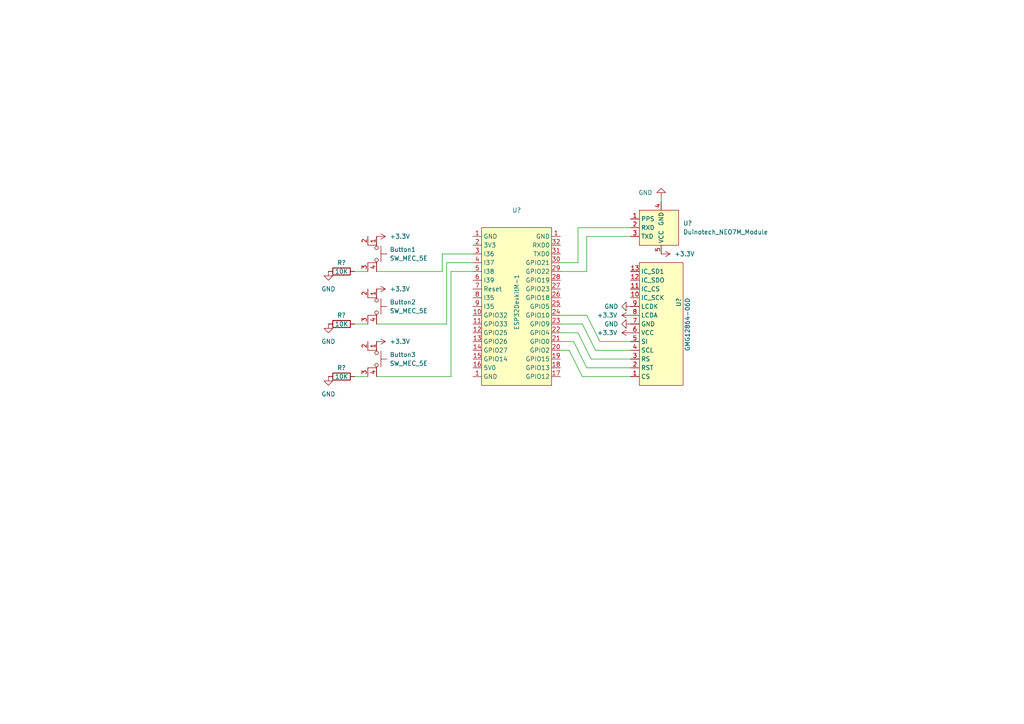
<source format=kicad_sch>
(kicad_sch (version 20211123) (generator eeschema)
  (paper "A4")
  (lib_symbols
    (symbol "Device:R" (pin_numbers hide) (pin_names (offset 0))
      (property "Reference" "R" (at 2.032 0 90))
      (property "Value" "R" (at 0 0 90))
      (symbol "R_0_1"
        (rectangle (start -1.016 -2.54) (end 1.016 2.54) (stroke (width 0.254)))
      )
      (symbol "R_1_1"
        (pin passive line (at 0 3.81 270) (length 1.27) (name "~") (number "1"))
        (pin passive line (at 0 -3.81 90) (length 1.27) (name "~") (number "2"))
      )
    )
    (symbol "Digital_Technology:Duinotech_NEO7M_Module"
      (property "Reference" "U" (at 1.27 6.35 90))
      (property "Value" "Duinotech_NEO7M_Module" (at 1.27 10.16 0))
      (symbol "Duinotech_NEO7M_Module_0_1"
        (rectangle (start -5.08 5.08) (end 6.35 -5.08) (fill (type background)))
      )
      (symbol "Duinotech_NEO7M_Module_1_1"
        (pin input line (at -7.62 2.54 0) (length 2.54) (name "PPS") (number "1"))
        (pin input line (at -7.62 0 0) (length 2.54) (name "RXD") (number "2"))
        (pin output line (at -7.62 -2.54 0) (length 2.54) (name "TXD") (number "3"))
        (pin power_out line (at 1.27 7.62 270) (length 2.54) (name "GND") (number "4"))
        (pin power_in line (at 1.27 -7.62 90) (length 2.54) (name "VCC") (number "5"))
      )
    )
    (symbol "Digital_Technology:GMG12864-06D"
      (property "Reference" "U" (at -6.35 1.27 0))
      (property "Value" "GMG12864-06D" (at 0 -5.08 0))
      (symbol "GMG12864-06D_0_1"
        (rectangle (start -17.78 6.35) (end 17.78 -6.35) (fill (type background)))
      )
      (symbol "GMG12864-06D_1_1"
        (pin input line (at -15.24 8.89 270) (length 2.54) (name "CS") (number "1"))
        (pin input line (at 7.62 8.89 270) (length 2.54) (name "IC_SCK") (number "10"))
        (pin input line (at 10.16 8.89 270) (length 2.54) (name "IC_CS") (number "11"))
        (pin output line (at 12.7 8.89 270) (length 2.54) (name "IC_SDO") (number "12"))
        (pin input line (at 15.24 8.89 270) (length 2.54) (name "IC_SD1") (number "13"))
        (pin input line (at -12.7 8.89 270) (length 2.54) (name "RST") (number "2"))
        (pin input line (at -10.16 8.89 270) (length 2.54) (name "RS") (number "3"))
        (pin input line (at -7.62 8.89 270) (length 2.54) (name "SCL") (number "4"))
        (pin input line (at -5.08 8.89 270) (length 2.54) (name "SI") (number "5"))
        (pin power_in line (at -2.54 8.89 270) (length 2.54) (name "VCC") (number "6"))
        (pin power_out line (at 0 8.89 270) (length 2.54) (name "GND") (number "7"))
        (pin power_in line (at 2.54 8.89 270) (length 2.54) (name "LCDA") (number "8"))
        (pin power_out line (at 5.08 8.89 270) (length 2.54) (name "LCDK") (number "9"))
      )
    )
    (symbol "ESP32DevkitM-1_1"
      (property "Reference" "U" (at -12.7 -11.43 0))
      (property "Value" "ESP32DevkitM-1_1" (at 0 0 90))
      (symbol "ESP32DevkitM-1_1_0_1"
        (rectangle (start -10.16 21.59) (end 10.16 -24.13) (fill (type background)))
      )
      (symbol "ESP32DevkitM-1_1_1_1"
        (pin power_in line (at -12.7 -21.59 0) (length 2.54) (name "GND") (number "1"))
        (pin power_in line (at -12.7 19.05 0) (length 2.54) (name "GND") (number "1"))
        (pin power_in line (at 12.7 19.05 180) (length 2.54) (name "GND") (number "1"))
        (pin bidirectional line (at -12.7 -3.81 0) (length 2.54) (name "GPIO32") (number "10"))
        (pin bidirectional line (at -12.7 -6.35 0) (length 2.54) (name "GPIO33") (number "11"))
        (pin bidirectional line (at -12.7 -8.89 0) (length 2.54) (name "GPIO25") (number "12"))
        (pin bidirectional line (at -12.7 -11.43 0) (length 2.54) (name "GPIO26") (number "13"))
        (pin bidirectional line (at -12.7 -13.97 0) (length 2.54) (name "GPIO27") (number "14"))
        (pin bidirectional line (at -12.7 -16.51 0) (length 2.54) (name "GPIO14") (number "15"))
        (pin power_out line (at -12.7 -19.05 0) (length 2.54) (name "5V0") (number "16"))
        (pin bidirectional line (at 12.7 -21.59 180) (length 2.54) (name "GPIO12") (number "17"))
        (pin bidirectional line (at 12.7 -19.05 180) (length 2.54) (name "GPIO13") (number "18"))
        (pin bidirectional line (at 12.7 -16.51 180) (length 2.54) (name "GPIO15") (number "19"))
        (pin power_out line (at -12.7 16.51 0) (length 2.54) (name "3V3") (number "2"))
        (pin bidirectional line (at 12.7 -13.97 180) (length 2.54) (name "GPIO2") (number "20"))
        (pin bidirectional line (at 12.7 -11.43 180) (length 2.54) (name "GPIO0") (number "21"))
        (pin bidirectional line (at 12.7 -8.89 180) (length 2.54) (name "GPIO4") (number "22"))
        (pin bidirectional line (at 12.7 -6.35 180) (length 2.54) (name "GPIO9") (number "23"))
        (pin bidirectional line (at 12.7 -3.81 180) (length 2.54) (name "GPIO10") (number "24"))
        (pin bidirectional line (at 12.7 -1.27 180) (length 2.54) (name "GPIO5") (number "25"))
        (pin bidirectional line (at 12.7 1.27 180) (length 2.54) (name "GPIO18") (number "26"))
        (pin bidirectional line (at 12.7 3.81 180) (length 2.54) (name "GPIO23") (number "27"))
        (pin bidirectional line (at 12.7 6.35 180) (length 2.54) (name "GPIO19") (number "28"))
        (pin bidirectional line (at 12.7 8.89 180) (length 2.54) (name "GPIO22") (number "29"))
        (pin input line (at -12.7 13.97 0) (length 2.54) (name "I36") (number "3"))
        (pin bidirectional line (at 12.7 11.43 180) (length 2.54) (name "GPIO21") (number "30"))
        (pin bidirectional line (at 12.7 13.97 180) (length 2.54) (name "TXD0") (number "31"))
        (pin bidirectional line (at 12.7 16.51 180) (length 2.54) (name "RXD0") (number "32"))
        (pin input line (at -12.7 11.43 0) (length 2.54) (name "I37") (number "4"))
        (pin input line (at -12.7 8.89 0) (length 2.54) (name "I38") (number "5"))
        (pin input line (at -12.7 6.35 0) (length 2.54) (name "I39") (number "6"))
        (pin input line (at -12.7 3.81 0) (length 2.54) (name "Reset") (number "7"))
        (pin input line (at -12.7 1.27 0) (length 2.54) (name "I35") (number "8"))
        (pin input line (at -12.7 -1.27 0) (length 2.54) (name "I35") (number "9"))
      )
    )
    (symbol "Switch:SW_MEC_5E" (pin_names (offset 1.016) hide)
      (property "Reference" "SW" (at 0.635 5.715 0))
      (property "Value" "SW_MEC_5E" (at 0 -3.175 0))
      (symbol "SW_MEC_5E_0_1"
        (circle (center -1.778 2.54) (radius 0.508))
        (polyline (pts (xy -2.286 3.81) (xy 2.286 3.81)))
        (polyline (pts (xy 0 3.81) (xy 0 5.588)))
        (polyline (pts (xy -2.54 0) (xy -2.54 2.54) (xy -2.286 2.54)))
        (polyline (pts (xy 2.54 0) (xy 2.54 2.54) (xy 2.286 2.54)))
        (circle (center 1.778 2.54) (radius 0.508))
        (pin passive line (at -5.08 2.54 0) (length 2.54) (name "1") (number "1"))
        (pin passive line (at -5.08 0 0) (length 2.54) (name "2") (number "2"))
        (pin passive line (at 5.08 0 180) (length 2.54) (name "K") (number "3"))
        (pin passive line (at 5.08 2.54 180) (length 2.54) (name "A") (number "4"))
      )
    )
    (symbol "power:+3.3V" (power) (pin_names (offset 0))
      (property "Value" "+3.3V" (at 0 3.556 0))
      (symbol "+3.3V_0_1"
        (polyline (pts (xy -0.762 1.27) (xy 0 2.54)))
        (polyline (pts (xy 0 0) (xy 0 2.54)))
        (polyline (pts (xy 0 2.54) (xy 0.762 1.27)))
      )
      (symbol "+3.3V_1_1"
        (pin power_in line (at 0 0 90) (length 0) hide (name "+3.3V") (number "1"))
      )
    )
    (symbol "power:GND" (power) (pin_names (offset 0))
      (property "Value" "GND" (at 0 -3.81 0))
      (symbol "GND_0_1"
        (polyline (pts (xy 0 0) (xy 0 -1.27) (xy 1.27 -1.27) (xy 0 -2.54) (xy -1.27 -1.27) (xy 0 -1.27)))
      )
      (symbol "GND_1_1"
        (pin power_in line (at 0 0 270) (length 0) hide (name "GND") (number "1"))
      )
    )
  )
  (wire (pts (xy 130.81 78.74) (xy 137.16 78.74)))
  (wire (pts (xy 166.37 99.06) (xy 162.56 99.06)))
  (wire (pts (xy 182.88 101.6) (xy 172.72 101.6)))
  (wire (pts (xy 191.77 57.15) (xy 191.77 58.42)))
  (wire (pts (xy 167.64 96.52) (xy 162.56 96.52)))
  (wire (pts (xy 170.18 78.74) (xy 162.56 78.74)))
  (wire (pts (xy 171.45 104.14) (xy 167.64 96.52)))
  (wire (pts (xy 128.27 78.74) (xy 128.27 73.66)))
  (wire (pts (xy 128.27 73.66) (xy 137.16 73.66)))
  (wire (pts (xy 170.18 106.68) (xy 166.37 99.06)))
  (wire (pts (xy 170.18 68.58) (xy 170.18 78.74)))
  (wire (pts (xy 102.87 109.22) (xy 106.68 109.22)))
  (wire (pts (xy 182.88 109.22) (xy 168.91 109.22)))
  (wire (pts (xy 102.87 78.74) (xy 106.68 78.74)))
  (wire (pts (xy 182.88 68.58) (xy 170.18 68.58)))
  (wire (pts (xy 109.22 93.98) (xy 129.54 93.98)))
  (wire (pts (xy 182.88 66.04) (xy 167.64 66.04)))
  (wire (pts (xy 167.64 66.04) (xy 167.64 76.2)))
  (wire (pts (xy 129.54 93.98) (xy 129.54 76.2)))
  (wire (pts (xy 182.88 104.14) (xy 171.45 104.14)))
  (wire (pts (xy 130.81 109.22) (xy 130.81 78.74)))
  (wire (pts (xy 170.18 91.44) (xy 162.56 91.44)))
  (wire (pts (xy 109.22 109.22) (xy 130.81 109.22)))
  (wire (pts (xy 165.1 101.6) (xy 162.56 101.6)))
  (wire (pts (xy 167.64 76.2) (xy 162.56 76.2)))
  (wire (pts (xy 129.54 76.2) (xy 137.16 76.2)))
  (wire (pts (xy 182.88 99.06) (xy 173.99 99.06)))
  (wire (pts (xy 168.91 109.22) (xy 165.1 101.6)))
  (wire (pts (xy 102.87 93.98) (xy 106.68 93.98)))
  (wire (pts (xy 172.72 101.6) (xy 168.91 93.98)))
  (wire (pts (xy 182.88 106.68) (xy 170.18 106.68)))
  (wire (pts (xy 168.91 93.98) (xy 162.56 93.98)))
  (wire (pts (xy 173.99 99.06) (xy 170.18 91.44)))
  (wire (pts (xy 109.22 78.74) (xy 128.27 78.74)))
  (symbol (lib_id "Digital_Technology:Duinotech_NEO7M_Module") (at 190.5 66.04 0) (unit 1)
    (property "Reference" "U?" (at 198.12 64.7699 0) (effects (justify left)))
    (property "Value" "Duinotech_NEO7M_Module" (at 198.12 67.3099 0) (effects (justify left)))
  )
  (symbol (lib_id "power:GND") (at 191.77 57.15 0) (mirror x) (unit 1)
    (property "Reference" "#PWR?" (effects hide))
    (property "Value" "GND" (at 189.23 55.8799 0) (effects (justify right)))
  )
  (symbol (lib_id "Switch:SW_MEC_5E") (at 106.68 73.66 270) (unit 1)
    (property "Reference" "Button1" (at 113.03 72.3899 90) (effects (justify left)))
    (property "Value" "SW_MEC_5E" (at 113.03 74.9299 90) (effects (justify left)))
    (property "Datasheet" "http://www.apem.com/int/index.php?controller=attachment&id_attachment=1371" (effects hide))
  )
  (symbol (lib_name "ESP32DevkitM-1_1") (lib_id "Digital_Technology:ESP32DevkitM-1") (at 149.86 87.63 0) (unit 1)
    (property "Reference" "U?" (at 149.86 60.96 0))
    (property "Value" "ESP32DevkitM-1" (at 149.86 87.63 90))
  )
  (symbol (lib_id "Device:R") (at 99.06 109.22 90) (unit 1)
    (property "Reference" "R?" (at 99.06 106.68 90))
    (property "Value" "10K" (at 99.06 109.22 90))
    (property "Footprint" "Potentiometer_THT:Potentiometer_Alps_RK09K_Single_Vertical" (effects hide))
  )
  (symbol (lib_id "power:+3.3V") (at 182.88 96.52 90) (unit 1)
    (property "Reference" "#PWR?" (effects hide))
    (property "Value" "+3.3V" (at 179.07 96.5199 90) (effects (justify left)))
  )
  (symbol (lib_id "power:+3.3V") (at 109.22 83.82 270) (unit 1)
    (property "Reference" "#PWR?" (effects hide))
    (property "Value" "+3.3V" (at 113.03 83.8199 90) (effects (justify left)))
  )
  (symbol (lib_id "power:+3.3V") (at 109.22 99.06 270) (unit 1)
    (property "Reference" "#PWR?" (effects hide))
    (property "Value" "+3.3V" (at 113.03 99.0599 90) (effects (justify left)))
  )
  (symbol (lib_id "Switch:SW_MEC_5E") (at 106.68 88.9 270) (unit 1)
    (property "Reference" "Button2" (at 113.03 87.6299 90) (effects (justify left)))
    (property "Value" "SW_MEC_5E" (at 113.03 90.1699 90) (effects (justify left)))
    (property "Datasheet" "http://www.apem.com/int/index.php?controller=attachment&id_attachment=1371" (effects hide))
  )
  (symbol (lib_id "power:GND") (at 95.25 78.74 0) (unit 1)
    (property "Reference" "#PWR?" (effects hide))
    (property "Value" "GND" (at 95.25 83.82 0))
  )
  (symbol (lib_id "Switch:SW_MEC_5E") (at 106.68 104.14 270) (unit 1)
    (property "Reference" "Button3" (at 113.03 102.8699 90) (effects (justify left)))
    (property "Value" "SW_MEC_5E" (at 113.03 105.4099 90) (effects (justify left)))
    (property "Datasheet" "http://www.apem.com/int/index.php?controller=attachment&id_attachment=1371" (effects hide))
  )
  (symbol (lib_id "Device:R") (at 99.06 78.74 90) (unit 1)
    (property "Reference" "R?" (at 99.06 76.2 90))
    (property "Value" "10K" (at 99.06 78.74 90))
    (property "Footprint" "Potentiometer_THT:Potentiometer_Alps_RK09K_Single_Vertical" (effects hide))
  )
  (symbol (lib_id "power:GND") (at 95.25 93.98 0) (unit 1)
    (property "Reference" "#PWR?" (effects hide))
    (property "Value" "GND" (at 95.25 99.06 0))
  )
  (symbol (lib_id "power:+3.3V") (at 109.22 68.58 270) (unit 1)
    (property "Reference" "#PWR?" (effects hide))
    (property "Value" "+3.3V" (at 113.03 68.5799 90) (effects (justify left)))
  )
  (symbol (lib_id "Device:R") (at 99.06 93.98 90) (unit 1)
    (property "Reference" "R?" (at 99.06 91.44 90))
    (property "Value" "10K" (at 99.06 93.98 90))
    (property "Footprint" "Potentiometer_THT:Potentiometer_Alps_RK09K_Single_Vertical" (effects hide))
  )
  (symbol (lib_id "Digital_Technology:GMG12864-06D") (at 191.77 93.98 90) (unit 1)
    (property "Reference" "U?" (at 196.85 86.36 0) (effects (justify right)))
    (property "Value" "GMG12864-06D" (at 199.39 86.36 0) (effects (justify right)))
  )
  (symbol (lib_id "power:GND") (at 182.88 88.9 270) (unit 1)
    (property "Reference" "#PWR?" (effects hide))
    (property "Value" "GND" (at 175.26 88.9 90) (effects (justify left)))
  )
  (symbol (lib_id "power:GND") (at 182.88 93.98 270) (unit 1)
    (property "Reference" "#PWR?" (effects hide))
    (property "Value" "GND" (at 175.26 93.98 90) (effects (justify left)))
  )
  (symbol (lib_id "power:+3.3V") (at 182.88 91.44 90) (unit 1)
    (property "Reference" "#PWR?" (effects hide))
    (property "Value" "+3.3V" (at 179.07 91.4399 90) (effects (justify left)))
  )
  (symbol (lib_id "power:GND") (at 95.25 109.22 0) (unit 1)
    (property "Reference" "#PWR?" (effects hide))
    (property "Value" "GND" (at 95.25 114.3 0))
  )
  (symbol (lib_id "power:+3.3V") (at 191.77 73.66 270) (unit 1)
    (property "Reference" "#PWR?" (effects hide))
    (property "Value" "+3.3V" (at 195.58 73.6599 90) (effects (justify left)))
  )
)
</source>
